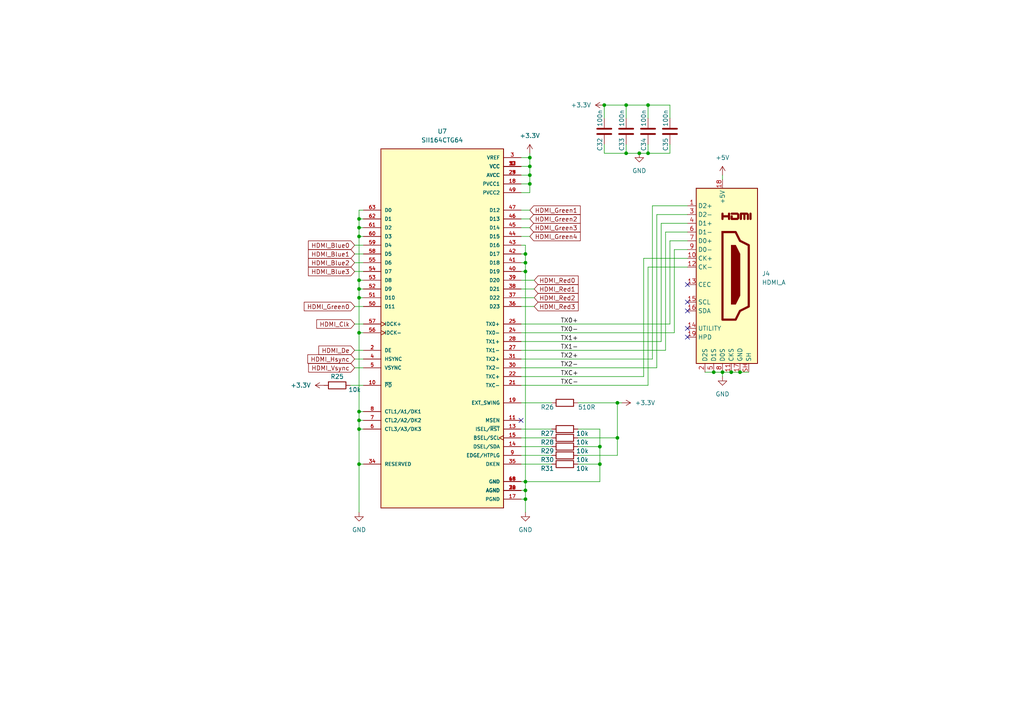
<source format=kicad_sch>
(kicad_sch (version 20230121) (generator eeschema)
  (paper "A4")
  (lib_symbols
    (symbol "Connector:HDMI_A"
      (property "Reference" "J" (at -6.35 26.67 0))
      (property "Value" "HDMI_A" (at 10.16 26.67 0))
      (symbol "HDMI_A_0_0"
        (polyline (pts (xy 8.128 16.51) (xy 8.128 18.034)) (stroke (width 0.635)))
        (polyline (pts (xy 0 16.51) (xy 0 18.034) (xy 0 17.272) (xy 1.905 17.272) (xy 1.905 18.034) (xy 1.905 16.51)) (stroke (width 0.635)))
        (polyline (pts (xy 2.667 18.034) (xy 4.318 18.034) (xy 4.572 17.78) (xy 4.572 16.764) (xy 4.318 16.51) (xy 2.667 16.51) (xy 2.667 17.272)) (stroke (width 0.635)))
      )
      (symbol "HDMI_A_0_1"
        (rectangle (start -7.62 25.4) (end 10.16 -25.4) (stroke (width 0.254)) (fill (type background)))
        (polyline (pts (xy 2.54 8.89) (xy 3.81 8.89) (xy 5.08 6.35) (xy 5.08 -5.715) (xy 3.81 -8.255) (xy 2.54 -8.255) (xy 2.54 8.89)) (fill (type outline)))
        (polyline (pts (xy 5.334 16.51) (xy 5.334 18.034) (xy 6.35 18.034) (xy 6.35 16.51) (xy 6.35 18.034) (xy 7.112 18.034) (xy 7.366 17.78) (xy 7.366 16.51)) (stroke (width 0.635)))
        (polyline (pts (xy 0 12.7) (xy 0 -12.7) (xy 3.81 -12.7) (xy 5.08 -10.16) (xy 7.62 -8.89) (xy 7.62 8.89) (xy 5.08 10.16) (xy 3.81 12.7) (xy 0 12.7)) (stroke (width 0.635)))
      )
      (symbol "HDMI_A_1_1"
        (pin passive line (at -10.16 20.32 0) (length 2.54) (name "D2+") (number "1"))
        (pin passive line (at -10.16 5.08 0) (length 2.54) (name "CK+") (number "10"))
        (pin power_in line (at 2.54 -27.94 90) (length 2.54) (name "CKS") (number "11"))
        (pin passive line (at -10.16 2.54 0) (length 2.54) (name "CK-") (number "12"))
        (pin bidirectional line (at -10.16 -2.54 0) (length 2.54) (name "CEC") (number "13"))
        (pin passive line (at -10.16 -15.24 0) (length 2.54) (name "UTILITY") (number "14"))
        (pin passive line (at -10.16 -7.62 0) (length 2.54) (name "SCL") (number "15"))
        (pin bidirectional line (at -10.16 -10.16 0) (length 2.54) (name "SDA") (number "16"))
        (pin power_in line (at 5.08 -27.94 90) (length 2.54) (name "GND") (number "17"))
        (pin power_in line (at 0 27.94 270) (length 2.54) (name "+5V") (number "18"))
        (pin passive line (at -10.16 -17.78 0) (length 2.54) (name "HPD") (number "19"))
        (pin power_in line (at -5.08 -27.94 90) (length 2.54) (name "D2S") (number "2"))
        (pin passive line (at -10.16 17.78 0) (length 2.54) (name "D2-") (number "3"))
        (pin passive line (at -10.16 15.24 0) (length 2.54) (name "D1+") (number "4"))
        (pin power_in line (at -2.54 -27.94 90) (length 2.54) (name "D1S") (number "5"))
        (pin passive line (at -10.16 12.7 0) (length 2.54) (name "D1-") (number "6"))
        (pin passive line (at -10.16 10.16 0) (length 2.54) (name "D0+") (number "7"))
        (pin power_in line (at 0 -27.94 90) (length 2.54) (name "D0S") (number "8"))
        (pin passive line (at -10.16 7.62 0) (length 2.54) (name "D0-") (number "9"))
        (pin passive line (at 7.62 -27.94 90) (length 2.54) (name "SH") (number "SH"))
      )
    )
    (symbol "Device:C" (pin_numbers hide) (pin_names (offset 0.254))
      (property "Reference" "C" (at 0.635 2.54 0))
      (property "Value" "C" (at 0.635 -2.54 0))
      (symbol "C_0_1"
        (polyline (pts (xy -2.032 -0.762) (xy 2.032 -0.762)) (stroke (width 0.508)))
        (polyline (pts (xy -2.032 0.762) (xy 2.032 0.762)) (stroke (width 0.508)))
      )
      (symbol "C_1_1"
        (pin passive line (at 0 3.81 270) (length 2.794) (name "~") (number "1"))
        (pin passive line (at 0 -3.81 90) (length 2.794) (name "~") (number "2"))
      )
    )
    (symbol "Device:R" (pin_numbers hide) (pin_names (offset 0))
      (property "Reference" "R" (at 2.032 0 90))
      (property "Value" "R" (at 0 0 90))
      (symbol "R_0_1"
        (rectangle (start -1.016 -2.54) (end 1.016 2.54) (stroke (width 0.254)))
      )
      (symbol "R_1_1"
        (pin passive line (at 0 3.81 270) (length 1.27) (name "~") (number "1"))
        (pin passive line (at 0 -3.81 90) (length 1.27) (name "~") (number "2"))
      )
    )
    (symbol "gecko5education:SII164CTG64" (pin_names (offset 1.016))
      (property "Reference" "U" (at -17.78 51.562 0))
      (property "Value" "SII164CTG64" (at -17.78 -54.102 0))
      (symbol "SII164CTG64_0_0"
        (rectangle (start -17.78 -53.34) (end 17.78 50.8) (stroke (width 0.254)) (fill (type background)))
        (pin power_in line (at 22.86 45.72 180) (length 5.08) (name "VCC") (number "1"))
        (pin input line (at -22.86 -17.78 0) (length 5.08) (name "~{PD}") (number "10"))
        (pin output line (at 22.86 -27.94 180) (length 5.08) (name "MSEN") (number "11"))
        (pin power_in line (at 22.86 45.72 180) (length 5.08) (name "VCC") (number "12"))
        (pin input line (at 22.86 -30.48 180) (length 5.08) (name "ISEL/~{RST}") (number "13"))
        (pin bidirectional line (at 22.86 -35.56 180) (length 5.08) (name "DSEL/SDA") (number "14"))
        (pin input clock (at 22.86 -33.02 180) (length 5.08) (name "BSEL/SCL") (number "15"))
        (pin power_in line (at 22.86 -45.72 180) (length 5.08) (name "GND") (number "16"))
        (pin power_in line (at 22.86 -50.8 180) (length 5.08) (name "PGND") (number "17"))
        (pin power_in line (at 22.86 40.64 180) (length 5.08) (name "PVCC1") (number "18"))
        (pin bidirectional line (at 22.86 -22.86 180) (length 5.08) (name "EXT_SWING") (number "19"))
        (pin input line (at -22.86 -7.62 0) (length 5.08) (name "DE") (number "2"))
        (pin power_in line (at 22.86 -48.26 180) (length 5.08) (name "AGND") (number "20"))
        (pin output line (at 22.86 -17.78 180) (length 5.08) (name "TXC-") (number "21"))
        (pin output line (at 22.86 -15.24 180) (length 5.08) (name "TXC+") (number "22"))
        (pin power_in line (at 22.86 43.18 180) (length 5.08) (name "AVCC") (number "23"))
        (pin output line (at 22.86 -2.54 180) (length 5.08) (name "TX0-") (number "24"))
        (pin output line (at 22.86 0 180) (length 5.08) (name "TX0+") (number "25"))
        (pin power_in line (at 22.86 -48.26 180) (length 5.08) (name "AGND") (number "26"))
        (pin output line (at 22.86 -7.62 180) (length 5.08) (name "TX1-") (number "27"))
        (pin output line (at 22.86 -5.08 180) (length 5.08) (name "TX1+") (number "28"))
        (pin power_in line (at 22.86 43.18 180) (length 5.08) (name "AVCC") (number "29"))
        (pin power_in line (at 22.86 48.26 180) (length 5.08) (name "VREF") (number "3"))
        (pin output line (at 22.86 -12.7 180) (length 5.08) (name "TX2-") (number "30"))
        (pin output line (at 22.86 -10.16 180) (length 5.08) (name "TX2+") (number "31"))
        (pin power_in line (at 22.86 -48.26 180) (length 5.08) (name "AGND") (number "32"))
        (pin power_in line (at 22.86 45.72 180) (length 5.08) (name "VCC") (number "33"))
        (pin passive line (at -22.86 -40.64 0) (length 5.08) (name "RESERVED") (number "34"))
        (pin input line (at 22.86 -40.64 180) (length 5.08) (name "DKEN") (number "35"))
        (pin input line (at 22.86 5.08 180) (length 5.08) (name "D23") (number "36"))
        (pin input line (at 22.86 7.62 180) (length 5.08) (name "D22") (number "37"))
        (pin input line (at 22.86 10.16 180) (length 5.08) (name "D21") (number "38"))
        (pin input line (at 22.86 12.7 180) (length 5.08) (name "D20") (number "39"))
        (pin input line (at -22.86 -10.16 0) (length 5.08) (name "HSYNC") (number "4"))
        (pin input line (at 22.86 15.24 180) (length 5.08) (name "D19") (number "40"))
        (pin input line (at 22.86 17.78 180) (length 5.08) (name "D18") (number "41"))
        (pin input line (at 22.86 20.32 180) (length 5.08) (name "D17") (number "42"))
        (pin input line (at 22.86 22.86 180) (length 5.08) (name "D16") (number "43"))
        (pin input line (at 22.86 25.4 180) (length 5.08) (name "D15") (number "44"))
        (pin input line (at 22.86 27.94 180) (length 5.08) (name "D14") (number "45"))
        (pin input line (at 22.86 30.48 180) (length 5.08) (name "D13") (number "46"))
        (pin input line (at 22.86 33.02 180) (length 5.08) (name "D12") (number "47"))
        (pin power_in line (at 22.86 -45.72 180) (length 5.08) (name "GND") (number "48"))
        (pin power_in line (at 22.86 38.1 180) (length 5.08) (name "PVCC2") (number "49"))
        (pin input line (at -22.86 -12.7 0) (length 5.08) (name "VSYNC") (number "5"))
        (pin input line (at -22.86 5.08 0) (length 5.08) (name "D11") (number "50"))
        (pin input line (at -22.86 7.62 0) (length 5.08) (name "D10") (number "51"))
        (pin input line (at -22.86 10.16 0) (length 5.08) (name "D9") (number "52"))
        (pin input line (at -22.86 12.7 0) (length 5.08) (name "D8") (number "53"))
        (pin input line (at -22.86 15.24 0) (length 5.08) (name "D7") (number "54"))
        (pin input line (at -22.86 17.78 0) (length 5.08) (name "D6") (number "55"))
        (pin input clock (at -22.86 -2.54 0) (length 5.08) (name "IDCK-") (number "56"))
        (pin input clock (at -22.86 0 0) (length 5.08) (name "IDCK+") (number "57"))
        (pin input line (at -22.86 20.32 0) (length 5.08) (name "D5") (number "58"))
        (pin input line (at -22.86 22.86 0) (length 5.08) (name "D4") (number "59"))
        (pin input line (at -22.86 -30.48 0) (length 5.08) (name "CTL3/A3/DK3") (number "6"))
        (pin input line (at -22.86 25.4 0) (length 5.08) (name "D3") (number "60"))
        (pin input line (at -22.86 27.94 0) (length 5.08) (name "D2") (number "61"))
        (pin input line (at -22.86 30.48 0) (length 5.08) (name "D1") (number "62"))
        (pin input line (at -22.86 33.02 0) (length 5.08) (name "D0") (number "63"))
        (pin power_in line (at 22.86 -45.72 180) (length 5.08) (name "GND") (number "64"))
        (pin input line (at -22.86 -27.94 0) (length 5.08) (name "CTL2/A2/DK2") (number "7"))
        (pin input line (at -22.86 -25.4 0) (length 5.08) (name "CTL1/A1/DK1") (number "8"))
        (pin input line (at 22.86 -38.1 180) (length 5.08) (name "EDGE/HTPLG") (number "9"))
      )
    )
    (symbol "power:+3.3V" (power) (pin_names (offset 0))
      (property "Value" "+3.3V" (at 0 3.556 0))
      (symbol "+3.3V_0_1"
        (polyline (pts (xy -0.762 1.27) (xy 0 2.54)))
        (polyline (pts (xy 0 0) (xy 0 2.54)))
        (polyline (pts (xy 0 2.54) (xy 0.762 1.27)))
      )
      (symbol "+3.3V_1_1"
        (pin power_in line (at 0 0 90) (length 0) hide (name "+3.3V") (number "1"))
      )
    )
    (symbol "power:+5V" (power) (pin_names (offset 0))
      (property "Value" "+5V" (at 0 3.556 0))
      (symbol "+5V_0_1"
        (polyline (pts (xy -0.762 1.27) (xy 0 2.54)))
        (polyline (pts (xy 0 0) (xy 0 2.54)))
        (polyline (pts (xy 0 2.54) (xy 0.762 1.27)))
      )
      (symbol "+5V_1_1"
        (pin power_in line (at 0 0 90) (length 0) hide (name "+5V") (number "1"))
      )
    )
    (symbol "power:GND" (power) (pin_names (offset 0))
      (property "Value" "GND" (at 0 -3.81 0))
      (symbol "GND_0_1"
        (polyline (pts (xy 0 0) (xy 0 -1.27) (xy 1.27 -1.27) (xy 0 -2.54) (xy -1.27 -1.27) (xy 0 -1.27)))
      )
      (symbol "GND_1_1"
        (pin power_in line (at 0 0 270) (length 0) hide (name "GND") (number "1"))
      )
    )
  )
  (junction (at 152.4 144.78))
  (junction (at 173.99 134.62))
  (junction (at 179.07 116.84))
  (junction (at 187.96 44.45))
  (junction (at 179.07 127))
  (junction (at 181.61 44.45))
  (junction (at 153.67 53.34))
  (junction (at 104.14 63.5))
  (junction (at 104.14 119.38))
  (junction (at 181.61 30.48))
  (junction (at 173.99 129.54))
  (junction (at 104.14 121.92))
  (junction (at 104.14 81.28))
  (junction (at 104.14 96.52))
  (junction (at 187.96 30.48))
  (junction (at 175.26 30.48))
  (junction (at 104.14 124.46))
  (junction (at 104.14 86.36))
  (junction (at 214.63 107.95))
  (junction (at 153.67 45.72))
  (junction (at 153.67 48.26))
  (junction (at 152.4 139.7))
  (junction (at 152.4 78.74))
  (junction (at 104.14 134.62))
  (junction (at 152.4 76.2))
  (junction (at 212.09 107.95))
  (junction (at 185.42 44.45))
  (junction (at 104.14 66.04))
  (junction (at 104.14 83.82))
  (junction (at 209.55 107.95))
  (junction (at 152.4 73.66))
  (junction (at 207.01 107.95))
  (junction (at 153.67 50.8))
  (junction (at 152.4 142.24))
  (junction (at 104.14 68.58))
  (no_connect (at 199.39 87.63))
  (no_connect (at 199.39 97.79))
  (no_connect (at 151.13 121.92))
  (no_connect (at 199.39 90.17))
  (no_connect (at 199.39 82.55))
  (no_connect (at 199.39 95.25))
  (wire (pts (xy 104.14 134.62) (xy 104.14 148.59)))
  (wire (pts (xy 199.39 59.69) (xy 189.23 59.69)))
  (wire (pts (xy 181.61 44.45) (xy 175.26 44.45)))
  (wire (pts (xy 151.13 55.88) (xy 153.67 55.88)))
  (wire (pts (xy 104.14 86.36) (xy 104.14 96.52)))
  (wire (pts (xy 209.55 107.95) (xy 209.55 109.22)))
  (wire (pts (xy 173.99 134.62) (xy 173.99 139.7)))
  (wire (pts (xy 175.26 44.45) (xy 175.26 41.91)))
  (wire (pts (xy 151.13 101.6) (xy 193.04 101.6)))
  (wire (pts (xy 187.96 77.47) (xy 199.39 77.47)))
  (wire (pts (xy 151.13 142.24) (xy 152.4 142.24)))
  (wire (pts (xy 209.55 52.07) (xy 209.55 50.8)))
  (wire (pts (xy 191.77 99.06) (xy 151.13 99.06)))
  (wire (pts (xy 186.69 109.22) (xy 151.13 109.22)))
  (wire (pts (xy 181.61 44.45) (xy 185.42 44.45)))
  (wire (pts (xy 194.31 30.48) (xy 194.31 34.29)))
  (wire (pts (xy 186.69 74.93) (xy 186.69 109.22)))
  (wire (pts (xy 195.58 72.39) (xy 195.58 96.52)))
  (wire (pts (xy 151.13 106.68) (xy 190.5 106.68)))
  (wire (pts (xy 102.87 101.6) (xy 105.41 101.6)))
  (wire (pts (xy 151.13 76.2) (xy 152.4 76.2)))
  (wire (pts (xy 151.13 53.34) (xy 153.67 53.34)))
  (wire (pts (xy 151.13 116.84) (xy 160.02 116.84)))
  (wire (pts (xy 104.14 83.82) (xy 104.14 86.36)))
  (wire (pts (xy 193.04 67.31) (xy 199.39 67.31)))
  (wire (pts (xy 199.39 72.39) (xy 195.58 72.39)))
  (wire (pts (xy 151.13 45.72) (xy 153.67 45.72)))
  (wire (pts (xy 152.4 71.12) (xy 152.4 73.66)))
  (wire (pts (xy 199.39 64.77) (xy 191.77 64.77)))
  (wire (pts (xy 153.67 48.26) (xy 153.67 45.72)))
  (wire (pts (xy 151.13 127) (xy 160.02 127)))
  (wire (pts (xy 151.13 88.9) (xy 154.94 88.9)))
  (wire (pts (xy 104.14 96.52) (xy 104.14 119.38)))
  (wire (pts (xy 102.87 93.98) (xy 105.41 93.98)))
  (wire (pts (xy 151.13 86.36) (xy 154.94 86.36)))
  (wire (pts (xy 102.87 78.74) (xy 105.41 78.74)))
  (wire (pts (xy 104.14 121.92) (xy 105.41 121.92)))
  (wire (pts (xy 151.13 60.96) (xy 153.67 60.96)))
  (wire (pts (xy 187.96 30.48) (xy 187.96 34.29)))
  (wire (pts (xy 209.55 107.95) (xy 212.09 107.95)))
  (wire (pts (xy 104.14 119.38) (xy 105.41 119.38)))
  (wire (pts (xy 101.6 111.76) (xy 105.41 111.76)))
  (wire (pts (xy 151.13 73.66) (xy 152.4 73.66)))
  (wire (pts (xy 104.14 86.36) (xy 105.41 86.36)))
  (wire (pts (xy 193.04 101.6) (xy 193.04 67.31)))
  (wire (pts (xy 151.13 129.54) (xy 160.02 129.54)))
  (wire (pts (xy 104.14 68.58) (xy 104.14 81.28)))
  (wire (pts (xy 194.31 41.91) (xy 194.31 44.45)))
  (wire (pts (xy 187.96 41.91) (xy 187.96 44.45)))
  (wire (pts (xy 175.26 34.29) (xy 175.26 30.48)))
  (wire (pts (xy 179.07 132.08) (xy 179.07 127)))
  (wire (pts (xy 190.5 62.23) (xy 199.39 62.23)))
  (wire (pts (xy 151.13 139.7) (xy 152.4 139.7)))
  (wire (pts (xy 104.14 96.52) (xy 105.41 96.52)))
  (wire (pts (xy 167.64 124.46) (xy 173.99 124.46)))
  (wire (pts (xy 151.13 81.28) (xy 154.94 81.28)))
  (wire (pts (xy 194.31 93.98) (xy 194.31 69.85)))
  (wire (pts (xy 187.96 30.48) (xy 194.31 30.48)))
  (wire (pts (xy 102.87 104.14) (xy 105.41 104.14)))
  (wire (pts (xy 187.96 111.76) (xy 187.96 77.47)))
  (wire (pts (xy 151.13 68.58) (xy 153.67 68.58)))
  (wire (pts (xy 151.13 93.98) (xy 194.31 93.98)))
  (wire (pts (xy 190.5 106.68) (xy 190.5 62.23)))
  (wire (pts (xy 152.4 76.2) (xy 152.4 78.74)))
  (wire (pts (xy 104.14 134.62) (xy 105.41 134.62)))
  (wire (pts (xy 104.14 66.04) (xy 105.41 66.04)))
  (wire (pts (xy 151.13 48.26) (xy 153.67 48.26)))
  (wire (pts (xy 151.13 50.8) (xy 153.67 50.8)))
  (wire (pts (xy 151.13 134.62) (xy 160.02 134.62)))
  (wire (pts (xy 151.13 83.82) (xy 154.94 83.82)))
  (wire (pts (xy 167.64 129.54) (xy 173.99 129.54)))
  (wire (pts (xy 104.14 66.04) (xy 104.14 68.58)))
  (wire (pts (xy 153.67 53.34) (xy 153.67 50.8)))
  (wire (pts (xy 179.07 127) (xy 179.07 116.84)))
  (wire (pts (xy 102.87 106.68) (xy 105.41 106.68)))
  (wire (pts (xy 102.87 88.9) (xy 105.41 88.9)))
  (wire (pts (xy 191.77 64.77) (xy 191.77 99.06)))
  (wire (pts (xy 167.64 132.08) (xy 179.07 132.08)))
  (wire (pts (xy 151.13 78.74) (xy 152.4 78.74)))
  (wire (pts (xy 104.14 68.58) (xy 105.41 68.58)))
  (wire (pts (xy 104.14 60.96) (xy 104.14 63.5)))
  (wire (pts (xy 151.13 71.12) (xy 152.4 71.12)))
  (wire (pts (xy 207.01 107.95) (xy 209.55 107.95)))
  (wire (pts (xy 151.13 111.76) (xy 187.96 111.76)))
  (wire (pts (xy 104.14 121.92) (xy 104.14 124.46)))
  (wire (pts (xy 189.23 104.14) (xy 151.13 104.14)))
  (wire (pts (xy 179.07 116.84) (xy 180.34 116.84)))
  (wire (pts (xy 212.09 107.95) (xy 214.63 107.95)))
  (wire (pts (xy 181.61 41.91) (xy 181.61 44.45)))
  (wire (pts (xy 187.96 44.45) (xy 194.31 44.45)))
  (wire (pts (xy 152.4 144.78) (xy 152.4 148.59)))
  (wire (pts (xy 104.14 124.46) (xy 105.41 124.46)))
  (wire (pts (xy 104.14 63.5) (xy 105.41 63.5)))
  (wire (pts (xy 151.13 66.04) (xy 153.67 66.04)))
  (wire (pts (xy 105.41 60.96) (xy 104.14 60.96)))
  (wire (pts (xy 214.63 107.95) (xy 217.17 107.95)))
  (wire (pts (xy 102.87 71.12) (xy 105.41 71.12)))
  (wire (pts (xy 173.99 129.54) (xy 173.99 134.62)))
  (wire (pts (xy 153.67 45.72) (xy 153.67 44.45)))
  (wire (pts (xy 104.14 81.28) (xy 104.14 83.82)))
  (wire (pts (xy 151.13 132.08) (xy 160.02 132.08)))
  (wire (pts (xy 173.99 124.46) (xy 173.99 129.54)))
  (wire (pts (xy 152.4 73.66) (xy 152.4 76.2)))
  (wire (pts (xy 194.31 69.85) (xy 199.39 69.85)))
  (wire (pts (xy 152.4 142.24) (xy 152.4 144.78)))
  (wire (pts (xy 152.4 78.74) (xy 152.4 139.7)))
  (wire (pts (xy 104.14 124.46) (xy 104.14 134.62)))
  (wire (pts (xy 151.13 63.5) (xy 153.67 63.5)))
  (wire (pts (xy 199.39 74.93) (xy 186.69 74.93)))
  (wire (pts (xy 187.96 44.45) (xy 185.42 44.45)))
  (wire (pts (xy 104.14 63.5) (xy 104.14 66.04)))
  (wire (pts (xy 102.87 73.66) (xy 105.41 73.66)))
  (wire (pts (xy 152.4 139.7) (xy 152.4 142.24)))
  (wire (pts (xy 153.67 50.8) (xy 153.67 48.26)))
  (wire (pts (xy 151.13 144.78) (xy 152.4 144.78)))
  (wire (pts (xy 104.14 81.28) (xy 105.41 81.28)))
  (wire (pts (xy 173.99 139.7) (xy 152.4 139.7)))
  (wire (pts (xy 181.61 30.48) (xy 181.61 34.29)))
  (wire (pts (xy 189.23 59.69) (xy 189.23 104.14)))
  (wire (pts (xy 167.64 116.84) (xy 179.07 116.84)))
  (wire (pts (xy 104.14 83.82) (xy 105.41 83.82)))
  (wire (pts (xy 167.64 134.62) (xy 173.99 134.62)))
  (wire (pts (xy 104.14 119.38) (xy 104.14 121.92)))
  (wire (pts (xy 204.47 107.95) (xy 207.01 107.95)))
  (wire (pts (xy 153.67 55.88) (xy 153.67 53.34)))
  (wire (pts (xy 195.58 96.52) (xy 151.13 96.52)))
  (wire (pts (xy 151.13 124.46) (xy 160.02 124.46)))
  (wire (pts (xy 175.26 30.48) (xy 181.61 30.48)))
  (wire (pts (xy 102.87 76.2) (xy 105.41 76.2)))
  (wire (pts (xy 167.64 127) (xy 179.07 127)))
  (wire (pts (xy 181.61 30.48) (xy 187.96 30.48)))
  (label "TX1+" (at 162.56 99.06 0))
  (label "TXC-" (at 162.56 111.76 0))
  (label "TX2-" (at 162.56 106.68 0))
  (label "TX0+" (at 162.56 93.98 0))
  (label "TX2+" (at 162.56 104.14 0))
  (label "TX1-" (at 162.56 101.6 0))
  (label "TX0-" (at 162.56 96.52 0))
  (label "TXC+" (at 162.56 109.22 0))
  (global_label "HDMI_Red1" (shape input) (at 154.94 83.82 0) (property "Intersheetrefs" "${INTERSHEET_REFS}" (effects hide)))
  (global_label "HDMI_Blue2" (shape input) (at 102.87 76.2 180) (property "Intersheetrefs" "${INTERSHEET_REFS}" (effects hide)))
  (global_label "HDMI_Green2" (shape input) (at 153.67 63.5 0) (property "Intersheetrefs" "${INTERSHEET_REFS}" (effects hide)))
  (global_label "HDMI_Vsync" (shape input) (at 102.87 106.68 180) (property "Intersheetrefs" "${INTERSHEET_REFS}" (effects hide)))
  (global_label "HDMI_Hsync" (shape input) (at 102.87 104.14 180) (property "Intersheetrefs" "${INTERSHEET_REFS}" (effects hide)))
  (global_label "HDMI_Green0" (shape input) (at 102.87 88.9 180) (property "Intersheetrefs" "${INTERSHEET_REFS}" (effects hide)))
  (global_label "HDMI_Blue1" (shape input) (at 102.87 73.66 180) (property "Intersheetrefs" "${INTERSHEET_REFS}" (effects hide)))
  (global_label "HDMI_Red0" (shape input) (at 154.94 81.28 0) (property "Intersheetrefs" "${INTERSHEET_REFS}" (effects hide)))
  (global_label "HDMI_Clk" (shape input) (at 102.87 93.98 180) (property "Intersheetrefs" "${INTERSHEET_REFS}" (effects hide)))
  (global_label "HDMI_Green1" (shape input) (at 153.67 60.96 0) (property "Intersheetrefs" "${INTERSHEET_REFS}" (effects hide)))
  (global_label "HDMI_Green4" (shape input) (at 153.67 68.58 0) (property "Intersheetrefs" "${INTERSHEET_REFS}" (effects hide)))
  (global_label "HDMI_De" (shape input) (at 102.87 101.6 180) (property "Intersheetrefs" "${INTERSHEET_REFS}" (effects hide)))
  (global_label "HDMI_Red2" (shape input) (at 154.94 86.36 0) (property "Intersheetrefs" "${INTERSHEET_REFS}" (effects hide)))
  (global_label "HDMI_Blue0" (shape input) (at 102.87 71.12 180) (property "Intersheetrefs" "${INTERSHEET_REFS}" (effects hide)))
  (global_label "HDMI_Red3" (shape input) (at 154.94 88.9 0) (property "Intersheetrefs" "${INTERSHEET_REFS}" (effects hide)))
  (global_label "HDMI_Green3" (shape input) (at 153.67 66.04 0) (property "Intersheetrefs" "${INTERSHEET_REFS}" (effects hide)))
  (global_label "HDMI_Blue3" (shape input) (at 102.87 78.74 180) (property "Intersheetrefs" "${INTERSHEET_REFS}" (effects hide)))
  (symbol (lib_id "Device:C") (at 181.61 38.1 180) (unit 1)
    (property "Reference" "C33" (at 180.34 41.91 90))
    (property "Value" "100n" (at 180.34 34.29 90))
    (property "Footprint" "Resistor_SMD:R_0402_1005Metric" (effects hide))
  )
  (symbol (lib_id "Device:R") (at 97.79 111.76 90) (unit 1)
    (property "Reference" "R25" (at 97.79 109.22 90))
    (property "Value" "10k" (at 102.87 113.03 90))
    (property "Footprint" "Resistor_SMD:R_0402_1005Metric" (effects hide))
  )
  (symbol (lib_id "Device:R") (at 163.83 127 90) (unit 1)
    (property "Reference" "R28" (at 158.75 128.27 90))
    (property "Value" "10k" (at 168.91 128.27 90))
    (property "Footprint" "Resistor_SMD:R_0402_1005Metric" (effects hide))
  )
  (symbol (lib_id "gecko5education:SII164CTG64") (at 128.27 93.98 0) (unit 1)
    (property "Reference" "U7" (at 128.27 38.1 0))
    (property "Value" "SII164CTG64" (at 128.27 40.64 0))
    (property "Footprint" "addOnTemplate:QFP50P1200X1200X120-64N" (effects hide))
    (property "DigiKey_Part_Number" "220-2189-ND" (effects hide))
    (property "MF" "Lattice Semiconductor" (effects hide))
    (property "MAXIMUM_PACKAGE_HEIGHT" "1.2mm" (effects hide))
    (property "Package" "TQFP-64 Silicon Image" (effects hide))
    (property "Check_prices" "https://www.snapeda.com/parts/SII164CTG64/Lattice+Semiconductor+Corporation/view-part/?ref=eda" (effects hide))
    (property "STANDARD" "IPC-7351B" (effects hide))
    (property "PARTREV" "E" (effects hide))
    (property "SnapEDA_Link" "https://www.snapeda.com/parts/SII164CTG64/Lattice+Semiconductor+Corporation/view-part/?ref=snap" (effects hide))
    (property "MP" "SII164CTG64" (effects hide))
    (property "Purchase-URL" "https://www.snapeda.com/api/url_track_click_mouser/?unipart_id=40675&manufacturer=Lattice Semiconductor&part_name=SII164CTG64&search_term=None" (effects hide))
    (property "Description" "\nVideo Transmitter IC I²C DVI 1.0 64-TQFP (10x10) Package\n" (effects hide))
    (property "MANUFACTURER" "LATTICE SEMICONDUCTOR" (effects hide))
  )
  (symbol (lib_id "power:+5V") (at 209.55 50.8 0) (unit 1)
    (property "Reference" "#PWR05" (effects hide))
    (property "Value" "+5V" (at 209.55 45.72 0))
  )
  (symbol (lib_id "Device:R") (at 163.83 132.08 90) (unit 1)
    (property "Reference" "R30" (at 158.75 133.35 90))
    (property "Value" "10k" (at 168.91 133.35 90))
    (property "Footprint" "Resistor_SMD:R_0402_1005Metric" (effects hide))
  )
  (symbol (lib_id "Device:R") (at 163.83 116.84 90) (unit 1)
    (property "Reference" "R26" (at 158.75 118.11 90))
    (property "Value" "510R" (at 170.18 118.11 90))
    (property "Footprint" "Resistor_SMD:R_0402_1005Metric" (effects hide))
  )
  (symbol (lib_id "Device:R") (at 163.83 129.54 90) (unit 1)
    (property "Reference" "R29" (at 158.75 130.81 90))
    (property "Value" "10k" (at 168.91 130.81 90))
    (property "Footprint" "Resistor_SMD:R_0402_1005Metric" (effects hide))
  )
  (symbol (lib_id "power:+3.3V") (at 180.34 116.84 270) (unit 1)
    (property "Reference" "#PWR065" (effects hide))
    (property "Value" "+3.3V" (at 184.15 116.84 90) (effects (justify left)))
  )
  (symbol (lib_id "power:GND") (at 209.55 109.22 0) (unit 1)
    (property "Reference" "#PWR068" (effects hide))
    (property "Value" "GND" (at 209.55 114.3 0))
  )
  (symbol (lib_id "Device:C") (at 187.96 38.1 180) (unit 1)
    (property "Reference" "C34" (at 186.69 41.91 90))
    (property "Value" "100n" (at 186.69 34.29 90))
    (property "Footprint" "Resistor_SMD:R_0402_1005Metric" (effects hide))
  )
  (symbol (lib_id "Connector:HDMI_A") (at 209.55 80.01 0) (unit 1)
    (property "Reference" "J4" (at 220.98 79.375 0) (effects (justify left)))
    (property "Value" "HDMI_A" (at 220.98 81.915 0) (effects (justify left)))
    (property "Footprint" "Connector_HDMI:HDMI_A_Molex_208658-1001_Horizontal" (effects hide))
    (property "Datasheet" "https://en.wikipedia.org/wiki/HDMI" (effects hide))
  )
  (symbol (lib_id "power:GND") (at 152.4 148.59 0) (unit 1)
    (property "Reference" "#PWR062" (effects hide))
    (property "Value" "GND" (at 152.4 153.67 0))
  )
  (symbol (lib_id "power:GND") (at 185.42 44.45 0) (unit 1)
    (property "Reference" "#PWR066" (effects hide))
    (property "Value" "GND" (at 185.42 49.53 0))
  )
  (symbol (lib_id "power:+3.3V") (at 153.67 44.45 0) (unit 1)
    (property "Reference" "#PWR063" (effects hide))
    (property "Value" "+3.3V" (at 153.67 39.37 0))
  )
  (symbol (lib_id "Device:R") (at 163.83 124.46 90) (unit 1)
    (property "Reference" "R27" (at 158.75 125.73 90))
    (property "Value" "10k" (at 168.91 125.73 90))
    (property "Footprint" "Resistor_SMD:R_0402_1005Metric" (effects hide))
  )
  (symbol (lib_id "Device:R") (at 163.83 134.62 90) (unit 1)
    (property "Reference" "R31" (at 158.75 135.89 90))
    (property "Value" "10k" (at 168.91 135.89 90))
    (property "Footprint" "Resistor_SMD:R_0402_1005Metric" (effects hide))
  )
  (symbol (lib_id "Device:C") (at 194.31 38.1 180) (unit 1)
    (property "Reference" "C35" (at 193.04 41.91 90))
    (property "Value" "100n" (at 193.04 34.29 90))
    (property "Footprint" "Resistor_SMD:R_0402_1005Metric" (effects hide))
  )
  (symbol (lib_id "power:+3.3V") (at 175.26 30.48 90) (unit 1)
    (property "Reference" "#PWR064" (effects hide))
    (property "Value" "+3.3V" (at 171.45 30.48 90) (effects (justify left)))
  )
  (symbol (lib_id "Device:C") (at 175.26 38.1 180) (unit 1)
    (property "Reference" "C32" (at 173.99 41.91 90))
    (property "Value" "100n" (at 173.99 34.29 90))
    (property "Footprint" "Resistor_SMD:R_0402_1005Metric" (effects hide))
  )
  (symbol (lib_id "power:+3.3V") (at 93.98 111.76 90) (unit 1)
    (property "Reference" "#PWR060" (effects hide))
    (property "Value" "+3.3V" (at 90.17 111.76 90) (effects (justify left)))
  )
  (symbol (lib_id "power:GND") (at 104.14 148.59 0) (unit 1)
    (property "Reference" "#PWR061" (effects hide))
    (property "Value" "GND" (at 104.14 153.67 0))
  )
)
</source>
